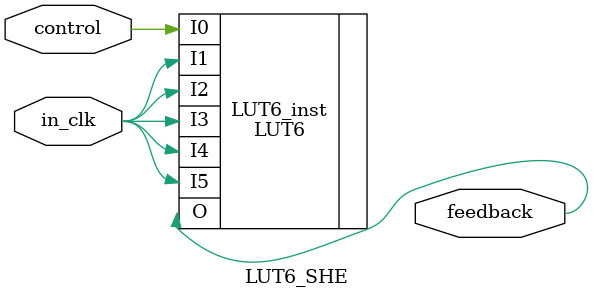
<source format=v>
`timescale 1ns / 1ps


module LUT6_SHE(
    input control,
    input in_clk,
    output feedback
    );
// LUT6: 6-input Look-Up Table with general output
// 7 Series
// Xilinx HDL Language Template, version 2018.3
(* LOCK_PINS="I0:A6, I1:A1, I2:A2, I3:A3, I4:A4, I5:A5" *) // Arash: this is important to make the inverters consistent
LUT6 #(
 .INIT(64'h0000000000000002) // Arash: This should make an inverter anded with the contril signal
) LUT6_inst (
 .O(feedback), // LUT general output
 .I0(control), // LUT input
 .I1(in_clk), // LUT input
 .I2(in_clk), // LUT input
 .I3(in_clk), // LUT input
 .I4(in_clk), // LUT input
 .I5(in_clk) // LUT input
);
// End of LUT6_inst instantiation
endmodule

</source>
